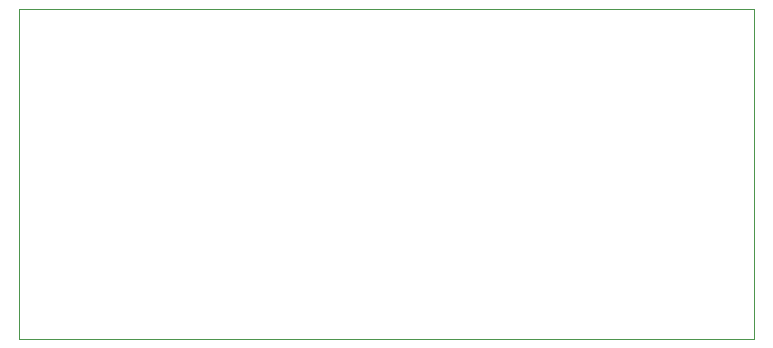
<source format=gbr>
%TF.GenerationSoftware,KiCad,Pcbnew,(5.1.10-1-10_14)*%
%TF.CreationDate,2021-09-30T18:11:30-07:00*%
%TF.ProjectId,JaredTimer,4a617265-6454-4696-9d65-722e6b696361,rev?*%
%TF.SameCoordinates,Original*%
%TF.FileFunction,Profile,NP*%
%FSLAX46Y46*%
G04 Gerber Fmt 4.6, Leading zero omitted, Abs format (unit mm)*
G04 Created by KiCad (PCBNEW (5.1.10-1-10_14)) date 2021-09-30 18:11:30*
%MOMM*%
%LPD*%
G01*
G04 APERTURE LIST*
%TA.AperFunction,Profile*%
%ADD10C,0.100000*%
%TD*%
G04 APERTURE END LIST*
D10*
X156210000Y-66040000D02*
X156210000Y-93980000D01*
X93980000Y-66040000D02*
X156210000Y-66040000D01*
X93980000Y-93980000D02*
X93980000Y-66040000D01*
X156210000Y-93980000D02*
X93980000Y-93980000D01*
M02*

</source>
